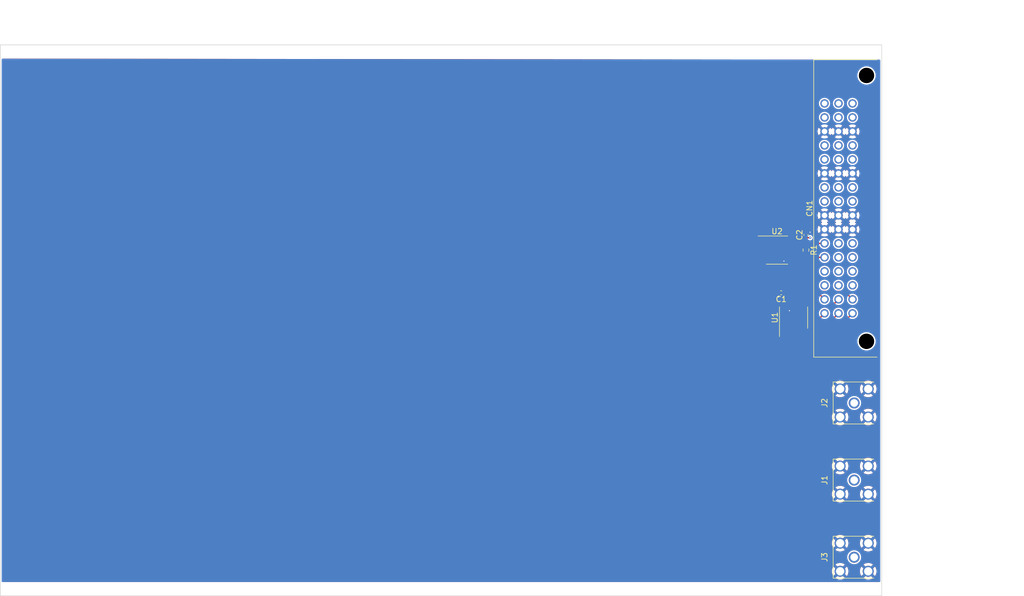
<source format=kicad_pcb>
(kicad_pcb (version 20210424) (generator pcbnew)
  (layers (0 "F.Cu" signal) (1 "In1.Cu" signal) (2 "In2.Cu" signal) (31 "B.Cu" signal) (34 "B.Paste" user) (35 "F.Paste" user) (36 "B.SilkS" user "B.Silkscreen") (37 "F.SilkS" user "F.Silkscreen") (38 "B.Mask" user) (39 "F.Mask" user) (44 "Edge.Cuts" user))
  (net 0 "")
  (net 1 "+3V3")
  (net 2 "GND")
  (net 3 "+48V")
  (net 4 "+24V")
  (net 5 "+12V")
  (net 6 "/RS485_A")
  (net 7 "/RS485_B")
  (net 10 "/PSU_EEPROM_3V3")
  (net 11 "/PSU_EEPROM_ADDR1")
  (net 12 "/SLOTS_EEPROM_SDA")
  (net 13 "/SLOTS_EEPROM_SCL")
  (net 16 "/PSU_EEPROM_SDA")
  (net 17 "/PSU_EEPROM_ADDR0")
  (net 18 "/SLOTS_EEPROM_3V3")
  (net 19 "/SLOTS_EEPROM_WP")
  (net 22 "/PSU_EEPROM_SCL")
  (net 23 "/PSU_EEPROM_ADDR2")
  (net 25 "Net-(U2-Pad2)")
  (footprint "Package_SO:SO-8_3.9x4.9mm_P1.27mm" (layer "F.Cu") (at 181 62.25)
    (fp_text reference "U2" (at 0 -3.4) (layer "F.SilkS"))
    (fp_text value "MAX3483ESA+")
    (fp_line (start 0 2.56) (end -1.95 2.56) (layer "F.SilkS") (width 0.12))
    (fp_line (start 0 -2.56) (end -3.45 -2.56) (layer "F.SilkS") (width 0.12))
    (fp_line (start 0 2.56) (end 1.95 2.56) (layer "F.SilkS") (width 0.12))
    (fp_line (start 0 -2.56) (end 1.95 -2.56) (layer "F.SilkS") (width 0.12))
    (pad "1" smd roundrect locked (at -2.575 -1.905) (size 1.75 0.6) (layers "F.Cu" "F.Paste" "F.Mask"))
    (pad "2" smd roundrect locked (at -2.575 -0.635) (size 1.75 0.6) (layers "F.Cu" "F.Paste" "F.Mask") (net 25 "Net-(U2-Pad2)"))
    (pad "3" smd roundrect locked (at -2.575 0.635) (size 1.75 0.6) (layers "F.Cu" "F.Paste" "F.Mask") (net 25 "Net-(U2-Pad2)"))
    (pad "4" smd roundrect locked (at -2.575 1.905) (size 1.75 0.6) (layers "F.Cu" "F.Paste" "F.Mask"))
    (pad "5" smd roundrect locked (at 2.575 1.905) (size 1.75 0.6) (layers "F.Cu" "F.Paste" "F.Mask") (net 2 "GND"))
    (pad "6" smd roundrect locked (at 2.575 0.635) (size 1.75 0.6) (layers "F.Cu" "F.Paste" "F.Mask") (net 6 "/RS485_A"))
    (pad "7" smd roundrect locked (at 2.575 -0.635) (size 1.75 0.6) (layers "F.Cu" "F.Paste" "F.Mask") (net 7 "/RS485_B"))
    (pad "8" smd roundrect locked (at 2.575 -1.905) (size 1.75 0.6) (layers "F.Cu" "F.Paste" "F.Mask") (net 1 "+3V3"))
  )
  (footprint "Resistor_SMD:R_0603_1608Metric" (layer "F.Cu") (at 186.25 62.25 -90)
    (fp_text reference "R1" (at 0 -1.43 90) (layer "F.SilkS"))
    (fp_text value "DNF")
    (fp_line (start -0.237258 0.5225) (end 0.237258 0.5225) (layer "F.SilkS") (width 0.12))
    (fp_line (start -0.237258 -0.5225) (end 0.237258 -0.5225) (layer "F.SilkS") (width 0.12))
    (pad "1" smd roundrect locked (at -0.825 0 270) (size 0.8 0.95) (layers "F.Cu" "F.Paste" "F.Mask") (net 7 "/RS485_B"))
    (pad "2" smd roundrect locked (at 0.825 0 270) (size 0.8 0.95) (layers "F.Cu" "F.Paste" "F.Mask") (net 6 "/RS485_A"))
  )
  (footprint "Capacitor_SMD:C_0402_1005Metric" (layer "F.Cu") (at 186.25 59.5 90)
    (fp_text reference "C2" (at 0 -1.16 90) (layer "F.SilkS"))
    (fp_text value "100n")
    (fp_line (start -0.107836 -0.36) (end 0.107836 -0.36) (layer "F.SilkS") (width 0.12))
    (fp_line (start -0.107836 0.36) (end 0.107836 0.36) (layer "F.SilkS") (width 0.12))
    (pad "1" smd roundrect locked (at -0.48 0 90) (size 0.56 0.62) (layers "F.Cu" "F.Paste" "F.Mask") (net 1 "+3V3"))
    (pad "2" smd roundrect locked (at 0.48 0 90) (size 0.56 0.62) (layers "F.Cu" "F.Paste" "F.Mask") (net 2 "GND"))
  )
  (footprint "Capacitor_SMD:C_0402_1005Metric" (layer "F.Cu") (at 181.75 70 180)
    (fp_text reference "C1" (at 0 -1.16) (layer "F.SilkS"))
    (fp_text value "100n")
    (fp_line (start -0.107836 0.36) (end 0.107836 0.36) (layer "F.SilkS") (width 0.12))
    (fp_line (start -0.107836 -0.36) (end 0.107836 -0.36) (layer "F.SilkS") (width 0.12))
    (pad "1" smd roundrect locked (at -0.48 0 180) (size 0.56 0.62) (layers "F.Cu" "F.Paste" "F.Mask") (net 10 "/PSU_EEPROM_3V3"))
    (pad "2" smd roundrect locked (at 0.48 0 180) (size 0.56 0.62) (layers "F.Cu" "F.Paste" "F.Mask") (net 2 "GND"))
  )
  (footprint "Connector_WUT:DIN41612_R_03x16_Receptacle_RA_Amphenol_86093488613755E1LF" (layer "F.Cu") (at 192.16 54.68 90)
    (fp_text reference "CN1" (at 0 -5.25 90 unlocked) (layer "F.SilkS"))
    (fp_text value "86093488613755E1LF")
    (fp_line (start 27 -4.5) (end 27 7) (layer "F.SilkS") (width 0.12))
    (fp_line (start -27 -4.5) (end 27 -4.5) (layer "F.SilkS") (width 0.12))
    (fp_line (start -27 -4.5) (end -27 7) (layer "F.SilkS") (width 0.12))
    (pad "" np_thru_hole circle locked (at 24.13 5.08 90) (size 2.8 2.8) (drill 2.8) (layers *.Mask))
    (pad "" np_thru_hole circle locked (at -24.13 5.08 90) (size 2.8 2.8) (drill 2.8) (layers *.Mask))
    (pad "a1" thru_hole circle locked (at 19.05 2.54 90) (size 1.524 1.524) (drill 1) (layers *.Cu *.Mask) (net 3 "+48V"))
    (pad "a2" thru_hole circle locked (at 16.51 2.54 90) (size 1.524 1.524) (drill 1) (layers *.Cu *.Mask) (net 3 "+48V"))
    (pad "a3" thru_hole circle locked (at 13.97 2.54 90) (size 1.524 1.524) (drill 1) (layers *.Cu *.Mask) (net 2 "GND"))
    (pad "a4" thru_hole circle locked (at 11.43 2.54 90) (size 1.524 1.524) (drill 1) (layers *.Cu *.Mask) (net 4 "+24V"))
    (pad "a5" thru_hole circle locked (at 8.89 2.54 90) (size 1.524 1.524) (drill 1) (layers *.Cu *.Mask) (net 4 "+24V"))
    (pad "a6" thru_hole circle locked (at 6.35 2.54 90) (size 1.524 1.524) (drill 1) (layers *.Cu *.Mask) (net 2 "GND"))
    (pad "a7" thru_hole circle locked (at 3.81 2.54 90) (size 1.524 1.524) (drill 1) (layers *.Cu *.Mask) (net 5 "+12V"))
    (pad "a8" thru_hole circle locked (at 1.27 2.54 90) (size 1.524 1.524) (drill 1) (layers *.Cu *.Mask) (net 5 "+12V"))
    (pad "a9" thru_hole circle locked (at -1.27 2.54 90) (size 1.524 1.524) (drill 1) (layers *.Cu *.Mask) (net 2 "GND"))
    (pad "a10" thru_hole circle locked (at -3.81 2.54 90) (size 1.524 1.524) (drill 1) (layers *.Cu *.Mask) (net 2 "GND"))
    (pad "a11" thru_hole circle locked (at -6.35 2.54 90) (size 1.524 1.524) (drill 1) (layers *.Cu *.Mask) (net 18 "/SLOTS_EEPROM_3V3"))
    (pad "a12" thru_hole circle locked (at -8.89 2.54 90) (size 1.524 1.524) (drill 1) (layers *.Cu *.Mask) (net 19 "/SLOTS_EEPROM_WP"))
    (pad "a13" thru_hole circle locked (at -11.43 2.54 90) (size 1.524 1.524) (drill 1) (layers *.Cu *.Mask))
    (pad "a14" thru_hole circle locked (at -13.97 2.54 90) (size 1.524 1.524) (drill 1) (layers *.Cu *.Mask))
    (pad "a15" thru_hole circle locked (at -16.51 2.54 90) (size 1.524 1.524) (drill 1) (layers *.Cu *.Mask) (net 10 "/PSU_EEPROM_3V3"))
    (pad "a16" thru_hole circle locked (at -19.05 2.54 90) (size 1.524 1.524) (drill 1) (layers *.Cu *.Mask) (net 23 "/PSU_EEPROM_ADDR2"))
    (pad "b1" thru_hole circle locked (at 19.05 0 90) (size 1.524 1.524) (drill 1) (layers *.Cu *.Mask) (net 3 "+48V"))
    (pad "b2" thru_hole circle locked (at 16.51 0 90) (size 1.524 1.524) (drill 1) (layers *.Cu *.Mask) (net 3 "+48V"))
    (pad "b3" thru_hole circle locked (at 13.97 0 90) (size 1.524 1.524) (drill 1) (layers *.Cu *.Mask) (net 2 "GND"))
    (pad "b4" thru_hole circle locked (at 11.43 0 90) (size 1.524 1.524) (drill 1) (layers *.Cu *.Mask) (net 4 "+24V"))
    (pad "b5" thru_hole circle locked (at 8.89 0 90) (size 1.524 1.524) (drill 1) (layers *.Cu *.Mask) (net 4 "+24V"))
    (pad "b6" thru_hole circle locked (at 6.35 0 90) (size 1.524 1.524) (drill 1) (layers *.Cu *.Mask) (net 2 "GND"))
    (pad "b7" thru_hole circle locked (at 3.81 0 90) (size 1.524 1.524) (drill 1) (layers *.Cu *.Mask) (net 5 "+12V"))
    (pad "b8" thru_hole circle locked (at 1.27 0 90) (size 1.524 1.524) (drill 1) (layers *.Cu *.Mask) (net 5 "+12V"))
    (pad "b9" thru_hole circle locked (at -1.27 0 90) (size 1.524 1.524) (drill 1) (layers *.Cu *.Mask) (net 2 "GND"))
    (pad "b10" thru_hole circle locked (at -3.81 0 90) (size 1.524 1.524) (drill 1) (layers *.Cu *.Mask) (net 2 "GND"))
    (pad "b11" thru_hole circle locked (at -6.35 0 90) (size 1.524 1.524) (drill 1) (layers *.Cu *.Mask) (net 12 "/SLOTS_EEPROM_SDA"))
    (pad "b12" thru_hole circle locked (at -8.89 0 90) (size 1.524 1.524) (drill 1) (layers *.Cu *.Mask) (net 13 "/SLOTS_EEPROM_SCL"))
    (pad "b13" thru_hole circle locked (at -11.43 0 90) (size 1.524 1.524) (drill 1) (layers *.Cu *.Mask))
    (pad "b14" thru_hole circle locked (at -13.97 0 90) (size 1.524 1.524) (drill 1) (layers *.Cu *.Mask))
    (pad "b15" thru_hole circle locked (at -16.51 0 90) (size 1.524 1.524) (drill 1) (layers *.Cu *.Mask) (net 16 "/PSU_EEPROM_SDA"))
    (pad "b16" thru_hole circle locked (at -19.05 0 90) (size 1.524 1.524) (drill 1) (layers *.Cu *.Mask) (net 11 "/PSU_EEPROM_ADDR1"))
    (pad "c1" thru_hole circle locked (at 19.05 -2.54 90) (size 1.524 1.524) (drill 1) (layers *.Cu *.Mask) (net 3 "+48V"))
    (pad "c2" thru_hole circle locked (at 16.51 -2.54 90) (size 1.524 1.524) (drill 1) (layers *.Cu *.Mask) (net 3 "+48V"))
    (pad "c3" thru_hole circle locked (at 13.97 -2.54 90) (size 1.524 1.524) (drill 1) (layers *.Cu *.Mask) (net 2 "GND"))
    (pad "c4" thru_hole circle locked (at 11.43 -2.54 90) (size 1.524 1.524) (drill 1) (layers *.Cu *.Mask) (net 4 "+24V"))
    (pad "c5" thru_hole circle locked (at 8.89 -2.54 90) (size 1.524 1.524) (drill 1) (layers *.Cu *.Mask) (net 4 "+24V"))
    (pad "c6" thru_hole circle locked (at 6.35 -2.54 90) (size 1.524 1.524) (drill 1) (layers *.Cu *.Mask) (net 2 "GND"))
    (pad "c7" thru_hole circle locked (at 3.81 -2.54 90) (size 1.524 1.524) (drill 1) (layers *.Cu *.Mask) (net 5 "+12V"))
    (pad "c8" thru_hole circle locked (at 1.27 -2.54 90) (size 1.524 1.524) (drill 1) (layers *.Cu *.Mask) (net 5 "+12V"))
    (pad "c9" thru_hole circle locked (at -1.27 -2.54 90) (size 1.524 1.524) (drill 1) (layers *.Cu *.Mask) (net 2 "GND"))
    (pad "c10" thru_hole circle locked (at -3.81 -2.54 90) (size 1.524 1.524) (drill 1) (layers *.Cu *.Mask) (net 2 "GND"))
    (pad "c11" thru_hole circle locked (at -6.35 -2.54 90) (size 1.524 1.524) (drill 1) (layers *.Cu *.Mask) (net 7 "/RS485_B"))
    (pad "c12" thru_hole circle locked (at -8.89 -2.54 90) (size 1.524 1.524) (drill 1) (layers *.Cu *.Mask) (net 6 "/RS485_A"))
    (pad "c13" thru_hole circle locked (at -11.43 -2.54 90) (size 1.524 1.524) (drill 1) (layers *.Cu *.Mask))
    (pad "c14" thru_hole circle locked (at -13.97 -2.54 90) (size 1.524 1.524) (drill 1) (layers *.Cu *.Mask))
    (pad "c15" thru_hole circle locked (at -16.51 -2.54 90) (size 1.524 1.524) (drill 1) (layers *.Cu *.Mask) (net 22 "/PSU_EEPROM_SCL"))
    (pad "c16" thru_hole circle locked (at -19.05 -2.54 90) (size 1.524 1.524) (drill 1) (layers *.Cu *.Mask) (net 17 "/PSU_EEPROM_ADDR0"))
  )
  (footprint "Connector_WUT:SMA_Linx_CONSMA002-L-G_Horizontal" (layer "F.Cu") (at 195 104 -90)
    (fp_text reference "J1" (at 0 5.375 90) (layer "F.SilkS"))
    (fp_text value "Conn_Coaxial" hide)
    (fp_line (start -3.81 3.81) (end 3.81 3.81) (layer "F.SilkS") (width 0.12))
    (fp_line (start -3.81 -3.556) (end -3.81 3.81) (layer "F.SilkS") (width 0.12))
    (fp_line (start 3.81 3.81) (end 3.81 -3.556) (layer "F.SilkS") (width 0.12))
    (pad "1" thru_hole circle (at 0 0 270) (size 2 2) (drill 1.4) (layers *.Cu *.Mask))
    (pad "2" thru_hole circle (at -2.55 2.55 270) (size 2 2) (drill 1.5) (layers *.Cu *.Mask) (net 2 "GND"))
    (pad "2" thru_hole circle (at 2.55 2.55 270) (size 2 2) (drill 1.5) (layers *.Cu *.Mask) (net 2 "GND"))
    (pad "2" thru_hole circle (at -2.55 -2.55 270) (size 2 2) (drill 1.5) (layers *.Cu *.Mask) (net 2 "GND"))
    (pad "2" thru_hole circle (at 2.55 -2.55 270) (size 2 2) (drill 1.5) (layers *.Cu *.Mask) (net 2 "GND"))
  )
  (footprint "Connector_WUT:SMA_Linx_CONSMA002-L-G_Horizontal" (layer "F.Cu") (at 195 118 -90)
    (fp_text reference "J3" (at 0 5.375 90) (layer "F.SilkS"))
    (fp_text value "Conn_Coaxial" hide)
    (fp_line (start 3.81 3.81) (end 3.81 -3.556) (layer "F.SilkS") (width 0.12))
    (fp_line (start -3.81 -3.556) (end -3.81 3.81) (layer "F.SilkS") (width 0.12))
    (fp_line (start -3.81 3.81) (end 3.81 3.81) (layer "F.SilkS") (width 0.12))
    (pad "1" thru_hole circle (at 0 0 270) (size 2 2) (drill 1.4) (layers *.Cu *.Mask))
    (pad "2" thru_hole circle (at -2.55 -2.55 270) (size 2 2) (drill 1.5) (layers *.Cu *.Mask) (net 2 "GND"))
    (pad "2" thru_hole circle (at 2.55 2.55 270) (size 2 2) (drill 1.5) (layers *.Cu *.Mask) (net 2 "GND"))
    (pad "2" thru_hole circle (at 2.55 -2.55 270) (size 2 2) (drill 1.5) (layers *.Cu *.Mask) (net 2 "GND"))
    (pad "2" thru_hole circle (at -2.55 2.55 270) (size 2 2) (drill 1.5) (layers *.Cu *.Mask) (net 2 "GND"))
  )
  (footprint "Package_SO:SO-8_3.9x4.9mm_P1.27mm" (layer "F.Cu") (at 184 74.5 90)
    (fp_text reference "U1" (at 0 -3.4 90) (layer "F.SilkS"))
    (fp_text value "24LC024-I/SN")
    (fp_line (start 0 2.56) (end 1.95 2.56) (layer "F.SilkS") (width 0.12))
    (fp_line (start 0 -2.56) (end -3.45 -2.56) (layer "F.SilkS") (width 0.12))
    (fp_line (start 0 -2.56) (end 1.95 -2.56) (layer "F.SilkS") (width 0.12))
    (fp_line (start 0 2.56) (end -1.95 2.56) (layer "F.SilkS") (width 0.12))
    (pad "1" smd roundrect locked (at -2.575 -1.905 90) (size 1.75 0.6) (layers "F.Cu" "F.Paste" "F.Mask") (net 17 "/PSU_EEPROM_ADDR0"))
    (pad "2" smd roundrect locked (at -2.575 -0.635 90) (size 1.75 0.6) (layers "F.Cu" "F.Paste" "F.Mask") (net 11 "/PSU_EEPROM_ADDR1"))
    (pad "3" smd roundrect locked (at -2.575 0.635 90) (size 1.75 0.6) (layers "F.Cu" "F.Paste" "F.Mask") (net 23 "/PSU_EEPROM_ADDR2"))
    (pad "4" smd roundrect locked (at -2.575 1.905 90) (size 1.75 0.6) (layers "F.Cu" "F.Paste" "F.Mask") (net 2 "GND"))
    (pad "5" smd roundrect locked (at 2.575 1.905 90) (size 1.75 0.6) (layers "F.Cu" "F.Paste" "F.Mask") (net 16 "/PSU_EEPROM_SDA"))
    (pad "6" smd roundrect locked (at 2.575 0.635 90) (size 1.75 0.6) (layers "F.Cu" "F.Paste" "F.Mask") (net 22 "/PSU_EEPROM_SCL"))
    (pad "7" smd roundrect locked (at 2.575 -0.635 90) (size 1.75 0.6) (layers "F.Cu" "F.Paste" "F.Mask") (net 2 "GND"))
    (pad "8" smd roundrect locked (at 2.575 -1.905 90) (size 1.75 0.6) (layers "F.Cu" "F.Paste" "F.Mask") (net 10 "/PSU_EEPROM_3V3"))
  )
  (footprint "Connector_WUT:SMA_Linx_CONSMA002-L-G_Horizontal" (layer "F.Cu") (at 195 90 -90)
    (fp_text reference "J2" (at 0 5.375 90) (layer "F.SilkS"))
    (fp_text value "Conn_Coaxial" hide)
    (fp_line (start 3.81 3.81) (end 3.81 -3.556) (layer "F.SilkS") (width 0.12))
    (fp_line (start -3.81 3.81) (end 3.81 3.81) (layer "F.SilkS") (width 0.12))
    (fp_line (start -3.81 -3.556) (end -3.81 3.81) (layer "F.SilkS") (width 0.12))
    (pad "1" thru_hole circle (at 0 0 270) (size 2 2) (drill 1.4) (layers *.Cu *.Mask))
    (pad "2" thru_hole circle (at 2.55 2.55 270) (size 2 2) (drill 1.5) (layers *.Cu *.Mask) (net 2 "GND"))
    (pad "2" thru_hole circle (at -2.55 -2.55 270) (size 2 2) (drill 1.5) (layers *.Cu *.Mask) (net 2 "GND"))
    (pad "2" thru_hole circle (at -2.55 2.55 270) (size 2 2) (drill 1.5) (layers *.Cu *.Mask) (net 2 "GND"))
    (pad "2" thru_hole circle (at 2.55 -2.55 270) (size 2 2) (drill 1.5) (layers *.Cu *.Mask) (net 2 "GND"))
  )
  (gr_line locked (start 200 125) (end 200 25) (layer "Edge.Cuts") (width 0.1))
  (gr_line locked (start 40 125) (end 200 125) (layer "Edge.Cuts") (width 0.1))
  (gr_line locked (start 200 25) (end 40 25) (layer "Edge.Cuts") (width 0.1))
  (gr_line locked (start 40 25) (end 40 125) (layer "Edge.Cuts") (width 0.1))
  (segment (start 185.27 59.98) (end 184.905 60.345) (width 0.25) (layer "F.Cu") (net 1))
  (segment (start 187 60) (end 186.27 60) (width 0.25) (layer "F.Cu") (net 1))
  (segment (start 186.27 60) (end 186.25 59.98) (width 0.25) (layer "F.Cu") (net 1))
  (segment (start 184.905 60.345) (end 183.575 60.345) (width 0.25) (layer "F.Cu") (net 1))
  (segment (start 186.25 59.98) (end 185.27 59.98) (width 0.25) (layer "F.Cu") (net 1))
  (via (at 187 60) (size 0.45) (drill 0.2) (layers "F.Cu" "B.Cu") (net 1))
  (segment (start 187 59) (end 186.27 59) (width 0.25) (layer "F.Cu") (net 2))
  (segment (start 181.27 70.73) (end 181.25 70.75) (width 0.25) (layer "F.Cu") (net 2))
  (segment (start 182.345 64.155) (end 182.25 64.25) (width 0.25) (layer "F.Cu") (net 2))
  (segment (start 186.27 59) (end 186.25 59.02) (width 0.25) (layer "F.Cu") (net 2))
  (segment (start 183.365 71.925) (end 183.365 73.135) (width 0.25) (layer "F.Cu") (net 2))
  (segment (start 183.575 64.155) (end 182.345 64.155) (width 0.25) (layer "F.Cu") (net 2))
  (segment (start 181.27 70) (end 181.27 70.73) (width 0.25) (layer "F.Cu") (net 2))
  (segment (start 183.365 73.135) (end 183.25 73.25) (width 0.25) (layer "F.Cu") (net 2))
  (via (at 182.25 64.25) (size 0.45) (drill 0.2) (layers "F.Cu" "B.Cu") (net 2))
  (via (at 187 59) (size 0.45) (drill 0.2) (layers "F.Cu" "B.Cu") (net 2))
  (via (at 183.25 73.25) (size 0.45) (drill 0.2) (layers "F.Cu" "B.Cu") (net 2))
  (via (at 181.25 70.75) (size 0.45) (drill 0.2) (layers "F.Cu" "B.Cu") (net 2))
  (segment (start 186.745 63.57) (end 186.25 63.075) (width 0.25) (layer "F.Cu") (net 6))
  (segment (start 183.575 62.885) (end 186.06 62.885) (width 0.25) (layer "F.Cu") (net 6))
  (segment (start 189.62 63.57) (end 186.745 63.57) (width 0.25) (layer "F.Cu") (net 6))
  (segment (start 186.06 62.885) (end 186.25 63.075) (width 0.25) (layer "F.Cu") (net 6))
  (segment (start 183.575 61.615) (end 186.06 61.615) (width 0.25) (layer "F.Cu") (net 7))
  (segment (start 186.06 61.615) (end 186.25 61.425) (width 0.25) (layer "F.Cu") (net 7))
  (segment (start 189.62 61.03) (end 186.645 61.03) (width 0.25) (layer "F.Cu") (net 7))
  (segment (start 186.645 61.03) (end 186.25 61.425) (width 0.25) (layer "F.Cu") (net 7))
  (segment (start 182.095 70.135) (end 182.23 70) (width 0.25) (layer "F.Cu") (net 10))
  (segment (start 183.5 69.75) (end 193.26 69.75) (width 0.25) (layer "F.Cu") (net 10))
  (segment (start 182.095 71.925) (end 182.095 70.135) (width 0.25) (layer "F.Cu") (net 10))
  (segment (start 183.25 70) (end 183.5 69.75) (width 0.25) (layer "F.Cu") (net 10))
  (segment (start 182.095 71.925) (end 182.095 70.655) (width 0.25) (layer "F.Cu") (net 10))
  (segment (start 193.26 69.75) (end 194.7 71.19) (width 0.25) (layer "F.Cu") (net 10))
  (segment (start 182.23 70) (end 183.25 70) (width 0.25) (layer "F.Cu") (net 10))
  (segment (start 183.365 76.825) (end 183.365 75.635) (width 0.25) (layer "F.Cu") (net 11))
  (segment (start 183.365 75.635) (end 184 75) (width 0.25) (layer "F.Cu") (net 11))
  (segment (start 184 75) (end 190.89 75) (width 0.25) (layer "F.Cu") (net 11))
  (segment (start 190.89 75) (end 192.16 73.73) (width 0.25) (layer "F.Cu") (net 11))
  (segment (start 190.85 72.5) (end 192.16 71.19) (width 0.25) (layer "F.Cu") (net 16))
  (segment (start 185.905 71.925) (end 187.175 71.925) (width 0.25) (layer "F.Cu") (net 16))
  (segment (start 187.175 71.925) (end 187.75 72.5) (width 0.25) (layer "F.Cu") (net 16))
  (segment (start 187.75 72.5) (end 190.85 72.5) (width 0.25) (layer "F.Cu") (net 16))
  (segment (start 188.85 74.5) (end 182.75 74.5) (width 0.25) (layer "F.Cu") (net 17))
  (segment (start 182.75 74.5) (end 182.095 75.155) (width 0.25) (layer "F.Cu") (net 17))
  (segment (start 182.095 75.155) (end 182.095 76.825) (width 0.25) (layer "F.Cu") (net 17))
  (segment (start 189.62 73.73) (end 188.85 74.5) (width 0.25) (layer "F.Cu") (net 17))
  (segment (start 182.75 74.5) (end 182.5 74.75) (width 0.25) (layer "F.Cu") (net 17))
  (segment (start 188.68 70.25) (end 185 70.25) (width 0.25) (layer "F.Cu") (net 22))
  (segment (start 184.635 70.615) (end 184.635 71.925) (width 0.25) (layer "F.Cu") (net 22))
  (segment (start 189.62 71.19) (end 188.68 70.25) (width 0.25) (layer "F.Cu") (net 22))
  (segment (start 185 70.25) (end 184.635 70.615) (width 0.25) (layer "F.Cu") (net 22))
  (segment (start 184.635 75.865) (end 185 75.5) (width 0.25) (layer "F.Cu") (net 23))
  (segment (start 184.635 76.825) (end 184.635 75.865) (width 0.25) (layer "F.Cu") (net 23))
  (segment (start 192.93 75.5) (end 194.7 73.73) (width 0.25) (layer "F.Cu") (net 23))
  (segment (start 185 75.5) (end 192.93 75.5) (width 0.25) (layer "F.Cu") (net 23))
  (zone locked (net 0) (net_name "") (layers F&B.Cu) (connect_pads (clearance 0)) (min_thickness 0.254)
    (keepout (tracks not_allowed) (vias not_allowed) (pads not_allowed) (copperpour not_allowed) (footprints not_allowed))
    (fill (thermal_gap 0.508) (thermal_bridge_width 0.508))
    (polygon (pts (xy 200 27.68) (xy 40 27.5) (xy 40 25) (xy 200 25)))
  )
  (zone (net 2) (net_name "GND") (layer "F.Cu") (connect_pads (clearance 0.508)) (min_thickness 0.254) (fill yes (thermal_gap 0.508) (thermal_bridge_width 0.508))
    (polygon (pts (xy 200 125) (xy 40 125) (xy 40 25) (xy 200 25)))
  )
  (zone locked (net 0) (net_name "") (layers F&B.Cu) (connect_pads (clearance 0)) (min_thickness 0.254)
    (keepout (tracks not_allowed) (vias not_allowed) (pads not_allowed) (copperpour not_allowed) (footprints not_allowed))
    (fill (thermal_gap 0.508) (thermal_bridge_width 0.508))
    (polygon (pts (xy 200 122.5) (xy 200 125) (xy 40 125) (xy 40 122.5)))
  )
  (zone (net 2) (net_name "GND") (layers "In1.Cu" "B.Cu") (connect_pads (clearance 0.254)) (min_thickness 0.254) (fill yes (thermal_gap 0.508) (thermal_bridge_width 0.508))
    (polygon (pts (xy 200 125) (xy 40 125) (xy 40 25) (xy 200 25)))
  )
)
</source>
